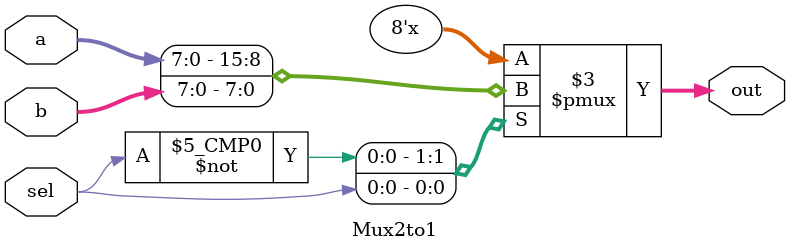
<source format=v>
`timescale 1ns / 1ps

module Mux2to1 #(
    parameter DATA_WIDTH = 8
)(
    input [DATA_WIDTH-1:0] a,
    input [DATA_WIDTH-1:0] b,
    input sel,
    output reg [DATA_WIDTH-1:0] out
);
    
    initial begin
        out = 0;
    end
    always@(*) begin
        case(sel)
            0: out = a;
            1: out = b;
        endcase
    end
    
endmodule

</source>
